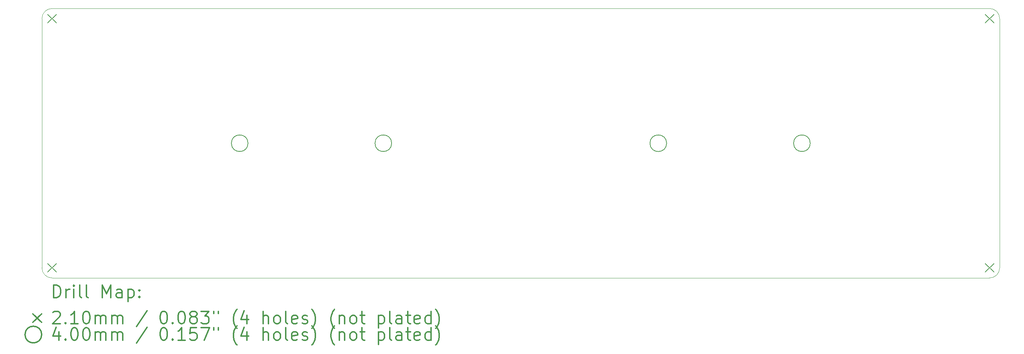
<source format=gbr>
%FSLAX45Y45*%
G04 Gerber Fmt 4.5, Leading zero omitted, Abs format (unit mm)*
G04 Created by KiCad (PCBNEW 5.1.9+dfsg1-1+deb11u1) date 2023-02-01 01:12:44*
%MOMM*%
%LPD*%
G01*
G04 APERTURE LIST*
%TA.AperFunction,Profile*%
%ADD10C,0.050000*%
%TD*%
%ADD11C,0.200000*%
%ADD12C,0.300000*%
G04 APERTURE END LIST*
D10*
X9690000Y-12195000D02*
X32190000Y-12195000D01*
X9445000Y-18435000D02*
X9445000Y-12440000D01*
X32190000Y-18680000D02*
X9690000Y-18680000D01*
X32435000Y-12440000D02*
X32435000Y-18435000D01*
X32190000Y-12195000D02*
G75*
G02*
X32435000Y-12440000I0J-245000D01*
G01*
X32435000Y-18435000D02*
G75*
G02*
X32190000Y-18680000I-245000J0D01*
G01*
X9690000Y-18680000D02*
G75*
G02*
X9445000Y-18435000I0J245000D01*
G01*
X9445000Y-12440000D02*
G75*
G02*
X9690000Y-12195000I245000J0D01*
G01*
D11*
X9585000Y-12335000D02*
X9795000Y-12545000D01*
X9795000Y-12335000D02*
X9585000Y-12545000D01*
X9585000Y-18330000D02*
X9795000Y-18540000D01*
X9795000Y-18330000D02*
X9585000Y-18540000D01*
X32085000Y-12335000D02*
X32295000Y-12545000D01*
X32295000Y-12335000D02*
X32085000Y-12545000D01*
X32085000Y-18330000D02*
X32295000Y-18540000D01*
X32295000Y-18330000D02*
X32085000Y-18540000D01*
X14392500Y-15437500D02*
G75*
G03*
X14392500Y-15437500I-200000J0D01*
G01*
X17840000Y-15437500D02*
G75*
G03*
X17840000Y-15437500I-200000J0D01*
G01*
X24440000Y-15437500D02*
G75*
G03*
X24440000Y-15437500I-200000J0D01*
G01*
X27887500Y-15437500D02*
G75*
G03*
X27887500Y-15437500I-200000J0D01*
G01*
D12*
X9726429Y-19150714D02*
X9726429Y-18850714D01*
X9797857Y-18850714D01*
X9840714Y-18865000D01*
X9869286Y-18893571D01*
X9883571Y-18922143D01*
X9897857Y-18979286D01*
X9897857Y-19022143D01*
X9883571Y-19079286D01*
X9869286Y-19107857D01*
X9840714Y-19136429D01*
X9797857Y-19150714D01*
X9726429Y-19150714D01*
X10026429Y-19150714D02*
X10026429Y-18950714D01*
X10026429Y-19007857D02*
X10040714Y-18979286D01*
X10055000Y-18965000D01*
X10083571Y-18950714D01*
X10112143Y-18950714D01*
X10212143Y-19150714D02*
X10212143Y-18950714D01*
X10212143Y-18850714D02*
X10197857Y-18865000D01*
X10212143Y-18879286D01*
X10226429Y-18865000D01*
X10212143Y-18850714D01*
X10212143Y-18879286D01*
X10397857Y-19150714D02*
X10369286Y-19136429D01*
X10355000Y-19107857D01*
X10355000Y-18850714D01*
X10555000Y-19150714D02*
X10526429Y-19136429D01*
X10512143Y-19107857D01*
X10512143Y-18850714D01*
X10897857Y-19150714D02*
X10897857Y-18850714D01*
X10997857Y-19065000D01*
X11097857Y-18850714D01*
X11097857Y-19150714D01*
X11369286Y-19150714D02*
X11369286Y-18993571D01*
X11355000Y-18965000D01*
X11326428Y-18950714D01*
X11269286Y-18950714D01*
X11240714Y-18965000D01*
X11369286Y-19136429D02*
X11340714Y-19150714D01*
X11269286Y-19150714D01*
X11240714Y-19136429D01*
X11226428Y-19107857D01*
X11226428Y-19079286D01*
X11240714Y-19050714D01*
X11269286Y-19036429D01*
X11340714Y-19036429D01*
X11369286Y-19022143D01*
X11512143Y-18950714D02*
X11512143Y-19250714D01*
X11512143Y-18965000D02*
X11540714Y-18950714D01*
X11597857Y-18950714D01*
X11626428Y-18965000D01*
X11640714Y-18979286D01*
X11655000Y-19007857D01*
X11655000Y-19093571D01*
X11640714Y-19122143D01*
X11626428Y-19136429D01*
X11597857Y-19150714D01*
X11540714Y-19150714D01*
X11512143Y-19136429D01*
X11783571Y-19122143D02*
X11797857Y-19136429D01*
X11783571Y-19150714D01*
X11769286Y-19136429D01*
X11783571Y-19122143D01*
X11783571Y-19150714D01*
X11783571Y-18965000D02*
X11797857Y-18979286D01*
X11783571Y-18993571D01*
X11769286Y-18979286D01*
X11783571Y-18965000D01*
X11783571Y-18993571D01*
X9230000Y-19540000D02*
X9440000Y-19750000D01*
X9440000Y-19540000D02*
X9230000Y-19750000D01*
X9712143Y-19509286D02*
X9726429Y-19495000D01*
X9755000Y-19480714D01*
X9826429Y-19480714D01*
X9855000Y-19495000D01*
X9869286Y-19509286D01*
X9883571Y-19537857D01*
X9883571Y-19566429D01*
X9869286Y-19609286D01*
X9697857Y-19780714D01*
X9883571Y-19780714D01*
X10012143Y-19752143D02*
X10026429Y-19766429D01*
X10012143Y-19780714D01*
X9997857Y-19766429D01*
X10012143Y-19752143D01*
X10012143Y-19780714D01*
X10312143Y-19780714D02*
X10140714Y-19780714D01*
X10226429Y-19780714D02*
X10226429Y-19480714D01*
X10197857Y-19523571D01*
X10169286Y-19552143D01*
X10140714Y-19566429D01*
X10497857Y-19480714D02*
X10526429Y-19480714D01*
X10555000Y-19495000D01*
X10569286Y-19509286D01*
X10583571Y-19537857D01*
X10597857Y-19595000D01*
X10597857Y-19666429D01*
X10583571Y-19723571D01*
X10569286Y-19752143D01*
X10555000Y-19766429D01*
X10526429Y-19780714D01*
X10497857Y-19780714D01*
X10469286Y-19766429D01*
X10455000Y-19752143D01*
X10440714Y-19723571D01*
X10426429Y-19666429D01*
X10426429Y-19595000D01*
X10440714Y-19537857D01*
X10455000Y-19509286D01*
X10469286Y-19495000D01*
X10497857Y-19480714D01*
X10726429Y-19780714D02*
X10726429Y-19580714D01*
X10726429Y-19609286D02*
X10740714Y-19595000D01*
X10769286Y-19580714D01*
X10812143Y-19580714D01*
X10840714Y-19595000D01*
X10855000Y-19623571D01*
X10855000Y-19780714D01*
X10855000Y-19623571D02*
X10869286Y-19595000D01*
X10897857Y-19580714D01*
X10940714Y-19580714D01*
X10969286Y-19595000D01*
X10983571Y-19623571D01*
X10983571Y-19780714D01*
X11126429Y-19780714D02*
X11126429Y-19580714D01*
X11126429Y-19609286D02*
X11140714Y-19595000D01*
X11169286Y-19580714D01*
X11212143Y-19580714D01*
X11240714Y-19595000D01*
X11255000Y-19623571D01*
X11255000Y-19780714D01*
X11255000Y-19623571D02*
X11269286Y-19595000D01*
X11297857Y-19580714D01*
X11340714Y-19580714D01*
X11369286Y-19595000D01*
X11383571Y-19623571D01*
X11383571Y-19780714D01*
X11969286Y-19466429D02*
X11712143Y-19852143D01*
X12355000Y-19480714D02*
X12383571Y-19480714D01*
X12412143Y-19495000D01*
X12426428Y-19509286D01*
X12440714Y-19537857D01*
X12455000Y-19595000D01*
X12455000Y-19666429D01*
X12440714Y-19723571D01*
X12426428Y-19752143D01*
X12412143Y-19766429D01*
X12383571Y-19780714D01*
X12355000Y-19780714D01*
X12326428Y-19766429D01*
X12312143Y-19752143D01*
X12297857Y-19723571D01*
X12283571Y-19666429D01*
X12283571Y-19595000D01*
X12297857Y-19537857D01*
X12312143Y-19509286D01*
X12326428Y-19495000D01*
X12355000Y-19480714D01*
X12583571Y-19752143D02*
X12597857Y-19766429D01*
X12583571Y-19780714D01*
X12569286Y-19766429D01*
X12583571Y-19752143D01*
X12583571Y-19780714D01*
X12783571Y-19480714D02*
X12812143Y-19480714D01*
X12840714Y-19495000D01*
X12855000Y-19509286D01*
X12869286Y-19537857D01*
X12883571Y-19595000D01*
X12883571Y-19666429D01*
X12869286Y-19723571D01*
X12855000Y-19752143D01*
X12840714Y-19766429D01*
X12812143Y-19780714D01*
X12783571Y-19780714D01*
X12755000Y-19766429D01*
X12740714Y-19752143D01*
X12726428Y-19723571D01*
X12712143Y-19666429D01*
X12712143Y-19595000D01*
X12726428Y-19537857D01*
X12740714Y-19509286D01*
X12755000Y-19495000D01*
X12783571Y-19480714D01*
X13055000Y-19609286D02*
X13026428Y-19595000D01*
X13012143Y-19580714D01*
X12997857Y-19552143D01*
X12997857Y-19537857D01*
X13012143Y-19509286D01*
X13026428Y-19495000D01*
X13055000Y-19480714D01*
X13112143Y-19480714D01*
X13140714Y-19495000D01*
X13155000Y-19509286D01*
X13169286Y-19537857D01*
X13169286Y-19552143D01*
X13155000Y-19580714D01*
X13140714Y-19595000D01*
X13112143Y-19609286D01*
X13055000Y-19609286D01*
X13026428Y-19623571D01*
X13012143Y-19637857D01*
X12997857Y-19666429D01*
X12997857Y-19723571D01*
X13012143Y-19752143D01*
X13026428Y-19766429D01*
X13055000Y-19780714D01*
X13112143Y-19780714D01*
X13140714Y-19766429D01*
X13155000Y-19752143D01*
X13169286Y-19723571D01*
X13169286Y-19666429D01*
X13155000Y-19637857D01*
X13140714Y-19623571D01*
X13112143Y-19609286D01*
X13269286Y-19480714D02*
X13455000Y-19480714D01*
X13355000Y-19595000D01*
X13397857Y-19595000D01*
X13426428Y-19609286D01*
X13440714Y-19623571D01*
X13455000Y-19652143D01*
X13455000Y-19723571D01*
X13440714Y-19752143D01*
X13426428Y-19766429D01*
X13397857Y-19780714D01*
X13312143Y-19780714D01*
X13283571Y-19766429D01*
X13269286Y-19752143D01*
X13569286Y-19480714D02*
X13569286Y-19537857D01*
X13683571Y-19480714D02*
X13683571Y-19537857D01*
X14126428Y-19895000D02*
X14112143Y-19880714D01*
X14083571Y-19837857D01*
X14069286Y-19809286D01*
X14055000Y-19766429D01*
X14040714Y-19695000D01*
X14040714Y-19637857D01*
X14055000Y-19566429D01*
X14069286Y-19523571D01*
X14083571Y-19495000D01*
X14112143Y-19452143D01*
X14126428Y-19437857D01*
X14369286Y-19580714D02*
X14369286Y-19780714D01*
X14297857Y-19466429D02*
X14226428Y-19680714D01*
X14412143Y-19680714D01*
X14755000Y-19780714D02*
X14755000Y-19480714D01*
X14883571Y-19780714D02*
X14883571Y-19623571D01*
X14869286Y-19595000D01*
X14840714Y-19580714D01*
X14797857Y-19580714D01*
X14769286Y-19595000D01*
X14755000Y-19609286D01*
X15069286Y-19780714D02*
X15040714Y-19766429D01*
X15026428Y-19752143D01*
X15012143Y-19723571D01*
X15012143Y-19637857D01*
X15026428Y-19609286D01*
X15040714Y-19595000D01*
X15069286Y-19580714D01*
X15112143Y-19580714D01*
X15140714Y-19595000D01*
X15155000Y-19609286D01*
X15169286Y-19637857D01*
X15169286Y-19723571D01*
X15155000Y-19752143D01*
X15140714Y-19766429D01*
X15112143Y-19780714D01*
X15069286Y-19780714D01*
X15340714Y-19780714D02*
X15312143Y-19766429D01*
X15297857Y-19737857D01*
X15297857Y-19480714D01*
X15569286Y-19766429D02*
X15540714Y-19780714D01*
X15483571Y-19780714D01*
X15455000Y-19766429D01*
X15440714Y-19737857D01*
X15440714Y-19623571D01*
X15455000Y-19595000D01*
X15483571Y-19580714D01*
X15540714Y-19580714D01*
X15569286Y-19595000D01*
X15583571Y-19623571D01*
X15583571Y-19652143D01*
X15440714Y-19680714D01*
X15697857Y-19766429D02*
X15726428Y-19780714D01*
X15783571Y-19780714D01*
X15812143Y-19766429D01*
X15826428Y-19737857D01*
X15826428Y-19723571D01*
X15812143Y-19695000D01*
X15783571Y-19680714D01*
X15740714Y-19680714D01*
X15712143Y-19666429D01*
X15697857Y-19637857D01*
X15697857Y-19623571D01*
X15712143Y-19595000D01*
X15740714Y-19580714D01*
X15783571Y-19580714D01*
X15812143Y-19595000D01*
X15926428Y-19895000D02*
X15940714Y-19880714D01*
X15969286Y-19837857D01*
X15983571Y-19809286D01*
X15997857Y-19766429D01*
X16012143Y-19695000D01*
X16012143Y-19637857D01*
X15997857Y-19566429D01*
X15983571Y-19523571D01*
X15969286Y-19495000D01*
X15940714Y-19452143D01*
X15926428Y-19437857D01*
X16469286Y-19895000D02*
X16455000Y-19880714D01*
X16426428Y-19837857D01*
X16412143Y-19809286D01*
X16397857Y-19766429D01*
X16383571Y-19695000D01*
X16383571Y-19637857D01*
X16397857Y-19566429D01*
X16412143Y-19523571D01*
X16426428Y-19495000D01*
X16455000Y-19452143D01*
X16469286Y-19437857D01*
X16583571Y-19580714D02*
X16583571Y-19780714D01*
X16583571Y-19609286D02*
X16597857Y-19595000D01*
X16626428Y-19580714D01*
X16669286Y-19580714D01*
X16697857Y-19595000D01*
X16712143Y-19623571D01*
X16712143Y-19780714D01*
X16897857Y-19780714D02*
X16869286Y-19766429D01*
X16855000Y-19752143D01*
X16840714Y-19723571D01*
X16840714Y-19637857D01*
X16855000Y-19609286D01*
X16869286Y-19595000D01*
X16897857Y-19580714D01*
X16940714Y-19580714D01*
X16969286Y-19595000D01*
X16983571Y-19609286D01*
X16997857Y-19637857D01*
X16997857Y-19723571D01*
X16983571Y-19752143D01*
X16969286Y-19766429D01*
X16940714Y-19780714D01*
X16897857Y-19780714D01*
X17083571Y-19580714D02*
X17197857Y-19580714D01*
X17126429Y-19480714D02*
X17126429Y-19737857D01*
X17140714Y-19766429D01*
X17169286Y-19780714D01*
X17197857Y-19780714D01*
X17526429Y-19580714D02*
X17526429Y-19880714D01*
X17526429Y-19595000D02*
X17555000Y-19580714D01*
X17612143Y-19580714D01*
X17640714Y-19595000D01*
X17655000Y-19609286D01*
X17669286Y-19637857D01*
X17669286Y-19723571D01*
X17655000Y-19752143D01*
X17640714Y-19766429D01*
X17612143Y-19780714D01*
X17555000Y-19780714D01*
X17526429Y-19766429D01*
X17840714Y-19780714D02*
X17812143Y-19766429D01*
X17797857Y-19737857D01*
X17797857Y-19480714D01*
X18083571Y-19780714D02*
X18083571Y-19623571D01*
X18069286Y-19595000D01*
X18040714Y-19580714D01*
X17983571Y-19580714D01*
X17955000Y-19595000D01*
X18083571Y-19766429D02*
X18055000Y-19780714D01*
X17983571Y-19780714D01*
X17955000Y-19766429D01*
X17940714Y-19737857D01*
X17940714Y-19709286D01*
X17955000Y-19680714D01*
X17983571Y-19666429D01*
X18055000Y-19666429D01*
X18083571Y-19652143D01*
X18183571Y-19580714D02*
X18297857Y-19580714D01*
X18226429Y-19480714D02*
X18226429Y-19737857D01*
X18240714Y-19766429D01*
X18269286Y-19780714D01*
X18297857Y-19780714D01*
X18512143Y-19766429D02*
X18483571Y-19780714D01*
X18426429Y-19780714D01*
X18397857Y-19766429D01*
X18383571Y-19737857D01*
X18383571Y-19623571D01*
X18397857Y-19595000D01*
X18426429Y-19580714D01*
X18483571Y-19580714D01*
X18512143Y-19595000D01*
X18526429Y-19623571D01*
X18526429Y-19652143D01*
X18383571Y-19680714D01*
X18783571Y-19780714D02*
X18783571Y-19480714D01*
X18783571Y-19766429D02*
X18755000Y-19780714D01*
X18697857Y-19780714D01*
X18669286Y-19766429D01*
X18655000Y-19752143D01*
X18640714Y-19723571D01*
X18640714Y-19637857D01*
X18655000Y-19609286D01*
X18669286Y-19595000D01*
X18697857Y-19580714D01*
X18755000Y-19580714D01*
X18783571Y-19595000D01*
X18897857Y-19895000D02*
X18912143Y-19880714D01*
X18940714Y-19837857D01*
X18955000Y-19809286D01*
X18969286Y-19766429D01*
X18983571Y-19695000D01*
X18983571Y-19637857D01*
X18969286Y-19566429D01*
X18955000Y-19523571D01*
X18940714Y-19495000D01*
X18912143Y-19452143D01*
X18897857Y-19437857D01*
X9440000Y-20041000D02*
G75*
G03*
X9440000Y-20041000I-200000J0D01*
G01*
X9855000Y-19976714D02*
X9855000Y-20176714D01*
X9783571Y-19862429D02*
X9712143Y-20076714D01*
X9897857Y-20076714D01*
X10012143Y-20148143D02*
X10026429Y-20162429D01*
X10012143Y-20176714D01*
X9997857Y-20162429D01*
X10012143Y-20148143D01*
X10012143Y-20176714D01*
X10212143Y-19876714D02*
X10240714Y-19876714D01*
X10269286Y-19891000D01*
X10283571Y-19905286D01*
X10297857Y-19933857D01*
X10312143Y-19991000D01*
X10312143Y-20062429D01*
X10297857Y-20119571D01*
X10283571Y-20148143D01*
X10269286Y-20162429D01*
X10240714Y-20176714D01*
X10212143Y-20176714D01*
X10183571Y-20162429D01*
X10169286Y-20148143D01*
X10155000Y-20119571D01*
X10140714Y-20062429D01*
X10140714Y-19991000D01*
X10155000Y-19933857D01*
X10169286Y-19905286D01*
X10183571Y-19891000D01*
X10212143Y-19876714D01*
X10497857Y-19876714D02*
X10526429Y-19876714D01*
X10555000Y-19891000D01*
X10569286Y-19905286D01*
X10583571Y-19933857D01*
X10597857Y-19991000D01*
X10597857Y-20062429D01*
X10583571Y-20119571D01*
X10569286Y-20148143D01*
X10555000Y-20162429D01*
X10526429Y-20176714D01*
X10497857Y-20176714D01*
X10469286Y-20162429D01*
X10455000Y-20148143D01*
X10440714Y-20119571D01*
X10426429Y-20062429D01*
X10426429Y-19991000D01*
X10440714Y-19933857D01*
X10455000Y-19905286D01*
X10469286Y-19891000D01*
X10497857Y-19876714D01*
X10726429Y-20176714D02*
X10726429Y-19976714D01*
X10726429Y-20005286D02*
X10740714Y-19991000D01*
X10769286Y-19976714D01*
X10812143Y-19976714D01*
X10840714Y-19991000D01*
X10855000Y-20019571D01*
X10855000Y-20176714D01*
X10855000Y-20019571D02*
X10869286Y-19991000D01*
X10897857Y-19976714D01*
X10940714Y-19976714D01*
X10969286Y-19991000D01*
X10983571Y-20019571D01*
X10983571Y-20176714D01*
X11126429Y-20176714D02*
X11126429Y-19976714D01*
X11126429Y-20005286D02*
X11140714Y-19991000D01*
X11169286Y-19976714D01*
X11212143Y-19976714D01*
X11240714Y-19991000D01*
X11255000Y-20019571D01*
X11255000Y-20176714D01*
X11255000Y-20019571D02*
X11269286Y-19991000D01*
X11297857Y-19976714D01*
X11340714Y-19976714D01*
X11369286Y-19991000D01*
X11383571Y-20019571D01*
X11383571Y-20176714D01*
X11969286Y-19862429D02*
X11712143Y-20248143D01*
X12355000Y-19876714D02*
X12383571Y-19876714D01*
X12412143Y-19891000D01*
X12426428Y-19905286D01*
X12440714Y-19933857D01*
X12455000Y-19991000D01*
X12455000Y-20062429D01*
X12440714Y-20119571D01*
X12426428Y-20148143D01*
X12412143Y-20162429D01*
X12383571Y-20176714D01*
X12355000Y-20176714D01*
X12326428Y-20162429D01*
X12312143Y-20148143D01*
X12297857Y-20119571D01*
X12283571Y-20062429D01*
X12283571Y-19991000D01*
X12297857Y-19933857D01*
X12312143Y-19905286D01*
X12326428Y-19891000D01*
X12355000Y-19876714D01*
X12583571Y-20148143D02*
X12597857Y-20162429D01*
X12583571Y-20176714D01*
X12569286Y-20162429D01*
X12583571Y-20148143D01*
X12583571Y-20176714D01*
X12883571Y-20176714D02*
X12712143Y-20176714D01*
X12797857Y-20176714D02*
X12797857Y-19876714D01*
X12769286Y-19919571D01*
X12740714Y-19948143D01*
X12712143Y-19962429D01*
X13155000Y-19876714D02*
X13012143Y-19876714D01*
X12997857Y-20019571D01*
X13012143Y-20005286D01*
X13040714Y-19991000D01*
X13112143Y-19991000D01*
X13140714Y-20005286D01*
X13155000Y-20019571D01*
X13169286Y-20048143D01*
X13169286Y-20119571D01*
X13155000Y-20148143D01*
X13140714Y-20162429D01*
X13112143Y-20176714D01*
X13040714Y-20176714D01*
X13012143Y-20162429D01*
X12997857Y-20148143D01*
X13269286Y-19876714D02*
X13469286Y-19876714D01*
X13340714Y-20176714D01*
X13569286Y-19876714D02*
X13569286Y-19933857D01*
X13683571Y-19876714D02*
X13683571Y-19933857D01*
X14126428Y-20291000D02*
X14112143Y-20276714D01*
X14083571Y-20233857D01*
X14069286Y-20205286D01*
X14055000Y-20162429D01*
X14040714Y-20091000D01*
X14040714Y-20033857D01*
X14055000Y-19962429D01*
X14069286Y-19919571D01*
X14083571Y-19891000D01*
X14112143Y-19848143D01*
X14126428Y-19833857D01*
X14369286Y-19976714D02*
X14369286Y-20176714D01*
X14297857Y-19862429D02*
X14226428Y-20076714D01*
X14412143Y-20076714D01*
X14755000Y-20176714D02*
X14755000Y-19876714D01*
X14883571Y-20176714D02*
X14883571Y-20019571D01*
X14869286Y-19991000D01*
X14840714Y-19976714D01*
X14797857Y-19976714D01*
X14769286Y-19991000D01*
X14755000Y-20005286D01*
X15069286Y-20176714D02*
X15040714Y-20162429D01*
X15026428Y-20148143D01*
X15012143Y-20119571D01*
X15012143Y-20033857D01*
X15026428Y-20005286D01*
X15040714Y-19991000D01*
X15069286Y-19976714D01*
X15112143Y-19976714D01*
X15140714Y-19991000D01*
X15155000Y-20005286D01*
X15169286Y-20033857D01*
X15169286Y-20119571D01*
X15155000Y-20148143D01*
X15140714Y-20162429D01*
X15112143Y-20176714D01*
X15069286Y-20176714D01*
X15340714Y-20176714D02*
X15312143Y-20162429D01*
X15297857Y-20133857D01*
X15297857Y-19876714D01*
X15569286Y-20162429D02*
X15540714Y-20176714D01*
X15483571Y-20176714D01*
X15455000Y-20162429D01*
X15440714Y-20133857D01*
X15440714Y-20019571D01*
X15455000Y-19991000D01*
X15483571Y-19976714D01*
X15540714Y-19976714D01*
X15569286Y-19991000D01*
X15583571Y-20019571D01*
X15583571Y-20048143D01*
X15440714Y-20076714D01*
X15697857Y-20162429D02*
X15726428Y-20176714D01*
X15783571Y-20176714D01*
X15812143Y-20162429D01*
X15826428Y-20133857D01*
X15826428Y-20119571D01*
X15812143Y-20091000D01*
X15783571Y-20076714D01*
X15740714Y-20076714D01*
X15712143Y-20062429D01*
X15697857Y-20033857D01*
X15697857Y-20019571D01*
X15712143Y-19991000D01*
X15740714Y-19976714D01*
X15783571Y-19976714D01*
X15812143Y-19991000D01*
X15926428Y-20291000D02*
X15940714Y-20276714D01*
X15969286Y-20233857D01*
X15983571Y-20205286D01*
X15997857Y-20162429D01*
X16012143Y-20091000D01*
X16012143Y-20033857D01*
X15997857Y-19962429D01*
X15983571Y-19919571D01*
X15969286Y-19891000D01*
X15940714Y-19848143D01*
X15926428Y-19833857D01*
X16469286Y-20291000D02*
X16455000Y-20276714D01*
X16426428Y-20233857D01*
X16412143Y-20205286D01*
X16397857Y-20162429D01*
X16383571Y-20091000D01*
X16383571Y-20033857D01*
X16397857Y-19962429D01*
X16412143Y-19919571D01*
X16426428Y-19891000D01*
X16455000Y-19848143D01*
X16469286Y-19833857D01*
X16583571Y-19976714D02*
X16583571Y-20176714D01*
X16583571Y-20005286D02*
X16597857Y-19991000D01*
X16626428Y-19976714D01*
X16669286Y-19976714D01*
X16697857Y-19991000D01*
X16712143Y-20019571D01*
X16712143Y-20176714D01*
X16897857Y-20176714D02*
X16869286Y-20162429D01*
X16855000Y-20148143D01*
X16840714Y-20119571D01*
X16840714Y-20033857D01*
X16855000Y-20005286D01*
X16869286Y-19991000D01*
X16897857Y-19976714D01*
X16940714Y-19976714D01*
X16969286Y-19991000D01*
X16983571Y-20005286D01*
X16997857Y-20033857D01*
X16997857Y-20119571D01*
X16983571Y-20148143D01*
X16969286Y-20162429D01*
X16940714Y-20176714D01*
X16897857Y-20176714D01*
X17083571Y-19976714D02*
X17197857Y-19976714D01*
X17126429Y-19876714D02*
X17126429Y-20133857D01*
X17140714Y-20162429D01*
X17169286Y-20176714D01*
X17197857Y-20176714D01*
X17526429Y-19976714D02*
X17526429Y-20276714D01*
X17526429Y-19991000D02*
X17555000Y-19976714D01*
X17612143Y-19976714D01*
X17640714Y-19991000D01*
X17655000Y-20005286D01*
X17669286Y-20033857D01*
X17669286Y-20119571D01*
X17655000Y-20148143D01*
X17640714Y-20162429D01*
X17612143Y-20176714D01*
X17555000Y-20176714D01*
X17526429Y-20162429D01*
X17840714Y-20176714D02*
X17812143Y-20162429D01*
X17797857Y-20133857D01*
X17797857Y-19876714D01*
X18083571Y-20176714D02*
X18083571Y-20019571D01*
X18069286Y-19991000D01*
X18040714Y-19976714D01*
X17983571Y-19976714D01*
X17955000Y-19991000D01*
X18083571Y-20162429D02*
X18055000Y-20176714D01*
X17983571Y-20176714D01*
X17955000Y-20162429D01*
X17940714Y-20133857D01*
X17940714Y-20105286D01*
X17955000Y-20076714D01*
X17983571Y-20062429D01*
X18055000Y-20062429D01*
X18083571Y-20048143D01*
X18183571Y-19976714D02*
X18297857Y-19976714D01*
X18226429Y-19876714D02*
X18226429Y-20133857D01*
X18240714Y-20162429D01*
X18269286Y-20176714D01*
X18297857Y-20176714D01*
X18512143Y-20162429D02*
X18483571Y-20176714D01*
X18426429Y-20176714D01*
X18397857Y-20162429D01*
X18383571Y-20133857D01*
X18383571Y-20019571D01*
X18397857Y-19991000D01*
X18426429Y-19976714D01*
X18483571Y-19976714D01*
X18512143Y-19991000D01*
X18526429Y-20019571D01*
X18526429Y-20048143D01*
X18383571Y-20076714D01*
X18783571Y-20176714D02*
X18783571Y-19876714D01*
X18783571Y-20162429D02*
X18755000Y-20176714D01*
X18697857Y-20176714D01*
X18669286Y-20162429D01*
X18655000Y-20148143D01*
X18640714Y-20119571D01*
X18640714Y-20033857D01*
X18655000Y-20005286D01*
X18669286Y-19991000D01*
X18697857Y-19976714D01*
X18755000Y-19976714D01*
X18783571Y-19991000D01*
X18897857Y-20291000D02*
X18912143Y-20276714D01*
X18940714Y-20233857D01*
X18955000Y-20205286D01*
X18969286Y-20162429D01*
X18983571Y-20091000D01*
X18983571Y-20033857D01*
X18969286Y-19962429D01*
X18955000Y-19919571D01*
X18940714Y-19891000D01*
X18912143Y-19848143D01*
X18897857Y-19833857D01*
M02*

</source>
